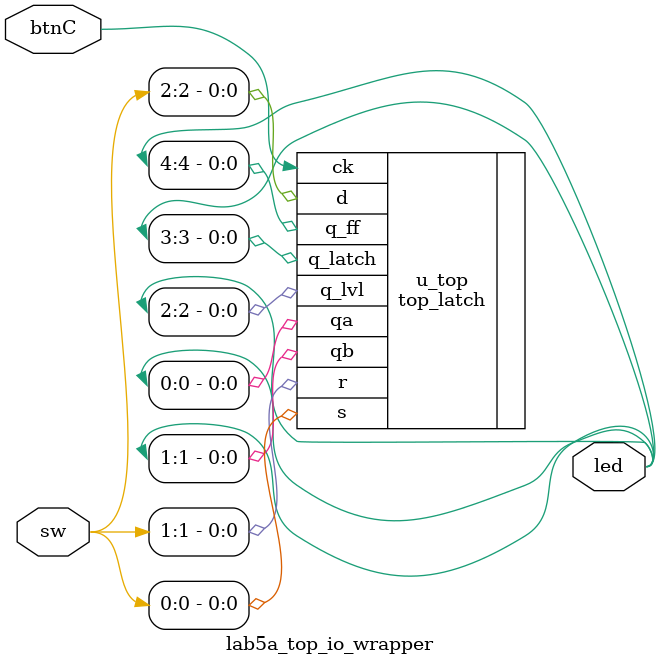
<source format=sv>
`timescale 1ns / 1ps
module lab5a_top_io_wrapper(
	output logic [4:0] led,
	input logic btnC,
	input logic [2:0] sw);

	// instantiate the top level module and connect the switches and led's
	top_latch u_top (.qa(led[0]), .qb(led[1]), .q_lvl(led[2]), .q_latch(led[3]), .q_ff(led[4]),
		.s(sw[0]), .r(sw[1]), .d(sw[2]), .ck(btnC));

endmodule

</source>
